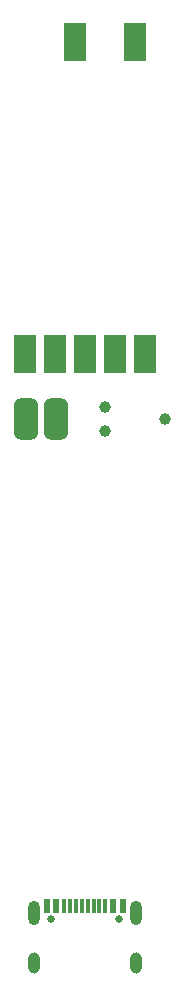
<source format=gbr>
%TF.GenerationSoftware,Altium Limited,Altium Designer,24.2.2 (26)*%
G04 Layer_Color=16711935*
%FSLAX45Y45*%
%MOMM*%
%TF.SameCoordinates,505FE19A-96A0-4540-A324-069B6CBC3D10*%
%TF.FilePolarity,Negative*%
%TF.FileFunction,Soldermask,Bot*%
%TF.Part,Single*%
G01*
G75*
%TA.AperFunction,ComponentPad*%
G04:AMPARAMS|DCode=45|XSize=1mm|YSize=1.8mm|CornerRadius=0.5mm|HoleSize=0mm|Usage=FLASHONLY|Rotation=180.000|XOffset=0mm|YOffset=0mm|HoleType=Round|Shape=RoundedRectangle|*
%AMROUNDEDRECTD45*
21,1,1.00000,0.80000,0,0,180.0*
21,1,0.00000,1.80000,0,0,180.0*
1,1,1.00000,0.00000,0.40000*
1,1,1.00000,0.00000,0.40000*
1,1,1.00000,0.00000,-0.40000*
1,1,1.00000,0.00000,-0.40000*
%
%ADD45ROUNDEDRECTD45*%
G04:AMPARAMS|DCode=46|XSize=1mm|YSize=2.1mm|CornerRadius=0.5mm|HoleSize=0mm|Usage=FLASHONLY|Rotation=180.000|XOffset=0mm|YOffset=0mm|HoleType=Round|Shape=RoundedRectangle|*
%AMROUNDEDRECTD46*
21,1,1.00000,1.10000,0,0,180.0*
21,1,0.00000,2.10000,0,0,180.0*
1,1,1.00000,0.00000,0.55000*
1,1,1.00000,0.00000,0.55000*
1,1,1.00000,0.00000,-0.55000*
1,1,1.00000,0.00000,-0.55000*
%
%ADD46ROUNDEDRECTD46*%
%ADD47C,0.65000*%
%ADD48C,1.00000*%
%TA.AperFunction,SMDPad,CuDef*%
%ADD59R,0.30000X1.15000*%
%ADD60R,0.60000X1.15000*%
G04:AMPARAMS|DCode=62|XSize=3.5mm|YSize=2mm|CornerRadius=0.5mm|HoleSize=0mm|Usage=FLASHONLY|Rotation=270.000|XOffset=0mm|YOffset=0mm|HoleType=Round|Shape=RoundedRectangle|*
%AMROUNDEDRECTD62*
21,1,3.50000,1.00000,0,0,270.0*
21,1,2.50001,2.00000,0,0,270.0*
1,1,1.00000,-0.50000,-1.25000*
1,1,1.00000,-0.50000,1.25000*
1,1,1.00000,0.50000,1.25000*
1,1,1.00000,0.50000,-1.25000*
%
%ADD62ROUNDEDRECTD62*%
%ADD99R,1.86000X3.26000*%
D45*
X4332000Y2249500D02*
D03*
X3468000D02*
D03*
D46*
X4332000Y2667500D02*
D03*
X3468000D02*
D03*
D47*
X4189000Y2617500D02*
D03*
X3611000D02*
D03*
D48*
X4580000Y6850000D02*
D03*
X4072000Y6748500D02*
D03*
Y6951500D02*
D03*
D59*
X4075000Y2725000D02*
D03*
X4025000D02*
D03*
X3975000D02*
D03*
X3925000D02*
D03*
X3875000D02*
D03*
X3825000D02*
D03*
X3775000D02*
D03*
X3725000D02*
D03*
D60*
X4140000D02*
D03*
X3660000D02*
D03*
X4220000D02*
D03*
X3580000D02*
D03*
D62*
X3660000Y6850000D02*
D03*
X3400000D02*
D03*
D99*
X3392000Y7400000D02*
D03*
X3646000D02*
D03*
X3900000D02*
D03*
X4154000D02*
D03*
X4408000D02*
D03*
X3814000Y10040000D02*
D03*
X4322000D02*
D03*
%TF.MD5,8129503cf1fb182de186719c22b24269*%
M02*

</source>
